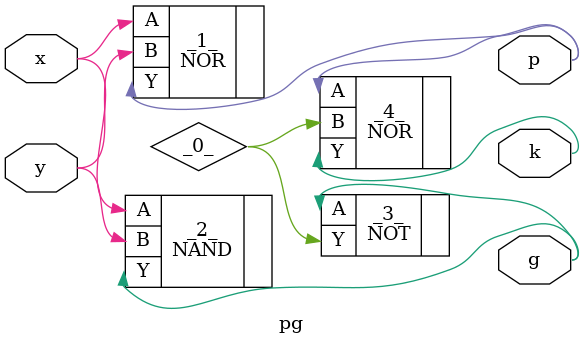
<source format=v>
/* Generated by Yosys 0.33 (git sha1 2584903a060) */

module cla(x1, x2, x3, x4, y1, y2, y3, y4, cin, z1, z2, z3, z4, cout);
  wire _00_;
  wire _01_;
  wire _02_;
  wire _03_;
  wire _04_;
  wire _05_;
  wire _06_;
  wire _07_;
  wire _08_;
  wire _09_;
  wire _10_;
  wire _11_;
  wire _12_;
  wire _13_;
  wire _14_;
  wire _15_;
  wire _16_;
  wire _17_;
  wire _18_;
  wire _19_;
  wire _20_;
  wire _21_;
  wire _22_;
  wire _23_;
  wire _24_;
  wire _25_;
  wire _26_;
  wire _27_;
  wire _28_;
  wire _29_;
  input cin;
  wire cin;
  output cout;
  wire cout;
  wire g1;
  wire g2;
  wire g3;
  wire g4;
  wire k1;
  wire k2;
  wire k3;
  wire k4;
  wire l2;
  wire l3;
  wire l4;
  wire n2;
  wire n3;
  wire n4;
  wire p1;
  wire p2;
  wire p3;
  wire p4;
  input x1;
  wire x1;
  input x2;
  wire x2;
  input x3;
  wire x3;
  input x4;
  wire x4;
  input y1;
  wire y1;
  input y2;
  wire y2;
  input y3;
  wire y3;
  input y4;
  wire y4;
  output z1;
  wire z1;
  output z2;
  wire z2;
  output z3;
  wire z3;
  output z4;
  wire z4;
  NOT _30_ (
    .A(cin),
    .Y(_00_)
  );
  NOT _31_ (
    .A(l3),
    .Y(_01_)
  );
  NOT _32_ (
    .A(n2),
    .Y(_02_)
  );
  NOT _33_ (
    .A(g1),
    .Y(_03_)
  );
  NOT _34_ (
    .A(n3),
    .Y(_04_)
  );
  NOT _35_ (
    .A(n4),
    .Y(_05_)
  );
  NOT _36_ (
    .A(p1),
    .Y(_06_)
  );
  NOT _37_ (
    .A(k1),
    .Y(_07_)
  );
  NOT _38_ (
    .A(k2),
    .Y(_08_)
  );
  NOT _39_ (
    .A(k4),
    .Y(_09_)
  );
  NAND _40_ (
    .A(cin),
    .B(l2),
    .Y(_10_)
  );
  NAND _41_ (
    .A(_02_),
    .B(_10_),
    .Y(_11_)
  );
  NAND _42_ (
    .A(l4),
    .B(_11_),
    .Y(_12_)
  );
  NAND _43_ (
    .A(_05_),
    .B(_12_),
    .Y(cout)
  );
  NAND _44_ (
    .A(cin),
    .B(_07_),
    .Y(_13_)
  );
  NAND _45_ (
    .A(_00_),
    .B(k1),
    .Y(_14_)
  );
  NAND _46_ (
    .A(_13_),
    .B(_14_),
    .Y(z1)
  );
  NOR _47_ (
    .A(_00_),
    .B(p1),
    .Y(_15_)
  );
  NAND _48_ (
    .A(cin),
    .B(_06_),
    .Y(_16_)
  );
  NOR _49_ (
    .A(_03_),
    .B(_15_),
    .Y(_17_)
  );
  NAND _50_ (
    .A(g1),
    .B(_16_),
    .Y(_18_)
  );
  NAND _51_ (
    .A(_08_),
    .B(_18_),
    .Y(_19_)
  );
  NAND _52_ (
    .A(k2),
    .B(_17_),
    .Y(_20_)
  );
  NAND _53_ (
    .A(_19_),
    .B(_20_),
    .Y(z2)
  );
  NAND _54_ (
    .A(k3),
    .B(_11_),
    .Y(_21_)
  );
  NOT _55_ (
    .A(_21_),
    .Y(_22_)
  );
  NOR _56_ (
    .A(k3),
    .B(_11_),
    .Y(_23_)
  );
  NOR _57_ (
    .A(_22_),
    .B(_23_),
    .Y(z3)
  );
  NOR _58_ (
    .A(_01_),
    .B(_17_),
    .Y(_24_)
  );
  NAND _59_ (
    .A(l3),
    .B(_18_),
    .Y(_25_)
  );
  NOR _60_ (
    .A(n3),
    .B(_24_),
    .Y(_26_)
  );
  NAND _61_ (
    .A(_04_),
    .B(_25_),
    .Y(_27_)
  );
  NAND _62_ (
    .A(k4),
    .B(_26_),
    .Y(_28_)
  );
  NAND _63_ (
    .A(_09_),
    .B(_27_),
    .Y(_29_)
  );
  NAND _64_ (
    .A(_28_),
    .B(_29_),
    .Y(z4)
  );
  clg clg2 (
    .g0(g1),
    .g1(g2),
    .l(l2),
    .n(n2),
    .p0(p1),
    .p1(p2)
  );
  clg clg3 (
    .g0(g2),
    .g1(g3),
    .l(l3),
    .n(n3),
    .p0(p2),
    .p1(p3)
  );
  clg clg4 (
    .g0(g3),
    .g1(g4),
    .l(l4),
    .n(n4),
    .p0(p3),
    .p1(p4)
  );
  pg pg1 (
    .g(g1),
    .k(k1),
    .p(p1),
    .x(x1),
    .y(y1)
  );
  pg pg2 (
    .g(g2),
    .k(k2),
    .p(p2),
    .x(x2),
    .y(y2)
  );
  pg pg3 (
    .g(g3),
    .k(k3),
    .p(p3),
    .x(x3),
    .y(y3)
  );
  pg pg4 (
    .g(g4),
    .k(k4),
    .p(p4),
    .x(x4),
    .y(y4)
  );
endmodule

module clg(p1, g1, p0, g0, l, n);
  wire _0_;
  wire _1_;
  input g0;
  wire g0;
  input g1;
  wire g1;
  output l;
  wire l;
  output n;
  wire n;
  input p0;
  wire p0;
  input p1;
  wire p1;
  NOR _2_ (
    .A(p1),
    .B(g0),
    .Y(_0_)
  );
  NOT _3_ (
    .A(_0_),
    .Y(_1_)
  );
  NAND _4_ (
    .A(g1),
    .B(_1_),
    .Y(n)
  );
  NOR _5_ (
    .A(p1),
    .B(p0),
    .Y(l)
  );
endmodule

module pg(x, y, p, g, k);
  wire _0_;
  output g;
  wire g;
  output k;
  wire k;
  output p;
  wire p;
  input x;
  wire x;
  input y;
  wire y;
  NOR _1_ (
    .A(x),
    .B(y),
    .Y(p)
  );
  NAND _2_ (
    .A(x),
    .B(y),
    .Y(g)
  );
  NOT _3_ (
    .A(g),
    .Y(_0_)
  );
  NOR _4_ (
    .A(p),
    .B(_0_),
    .Y(k)
  );
endmodule

</source>
